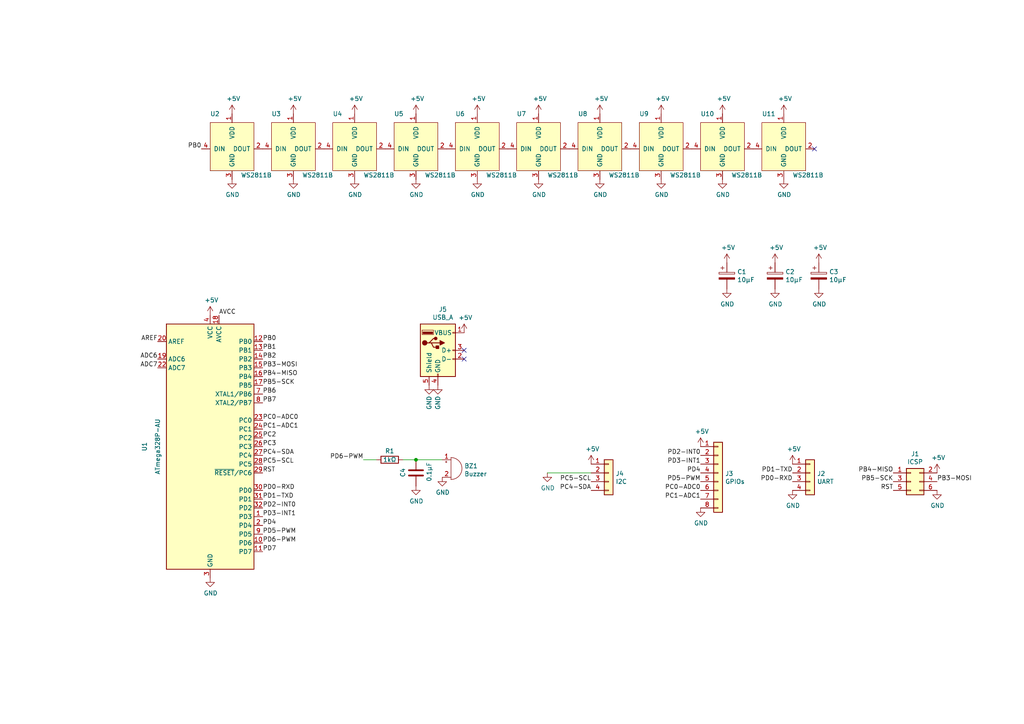
<source format=kicad_sch>
(kicad_sch (version 20230121) (generator eeschema)
  (paper "A4")
  (title_block (title "X-Mas Board") (date "2019-10-18") (rev "1") (company "Marian"))
  (lib_symbols
    (symbol "Connector:USB_A" (pin_names (offset 1.016))
      (property "Reference" "J" (at -5.08 11.43 0))
      (property "Value" "USB_A" (at -5.08 8.89 0))
      (symbol "USB_A_0_1"
        (rectangle (start -5.08 -7.62) (end 5.08 7.62) (stroke (width 0.254)) (fill (type background)))
        (circle (center -3.81 2.159) (radius 0.635) (stroke (width 0.254)) (fill (type outline)))
        (rectangle (start -1.524 4.826) (end -4.318 5.334) (fill (type outline)))
        (rectangle (start -1.27 4.572) (end -4.572 5.842))
        (circle (center -0.635 3.429) (radius 0.381) (stroke (width 0.254)) (fill (type outline)))
        (rectangle (start -0.127 -7.62) (end 0.127 -6.858))
        (polyline (pts (xy -3.175 2.159) (xy -2.54 2.159) (xy -1.27 3.429) (xy -0.635 3.429)) (stroke (width 0.254)))
        (polyline (pts (xy -2.54 2.159) (xy -1.905 2.159) (xy -1.27 0.889) (xy 0 0.889)) (stroke (width 0.254)))
        (polyline (pts (xy 0.635 2.794) (xy 0.635 1.524) (xy 1.905 2.159) (xy 0.635 2.794)) (stroke (width 0.254)) (fill (type outline)))
        (rectangle (start 0.254 1.27) (end -0.508 0.508) (stroke (width 0.254)) (fill (type outline)))
        (rectangle (start 5.08 -2.667) (end 4.318 -2.413))
        (rectangle (start 5.08 -0.127) (end 4.318 0.127))
        (rectangle (start 5.08 4.953) (end 4.318 5.207))
      )
      (symbol "USB_A_1_1"
        (polyline (pts (xy -1.905 2.159) (xy 0.635 2.159)) (stroke (width 0.254)))
        (pin power_in line (at 7.62 5.08 180) (length 2.54) (name "VBUS") (number "1"))
        (pin bidirectional line (at 7.62 -2.54 180) (length 2.54) (name "D-") (number "2"))
        (pin bidirectional line (at 7.62 0 180) (length 2.54) (name "D+") (number "3"))
        (pin power_in line (at 0 -10.16 90) (length 2.54) (name "GND") (number "4"))
        (pin passive line (at -2.54 -10.16 90) (length 2.54) (name "Shield") (number "5"))
      )
    )
    (symbol "Connector_Generic:Conn_01x04" (pin_names (offset 1.016) hide)
      (property "Reference" "J" (at 0 5.08 0))
      (property "Value" "Conn_01x04" (at 0 -7.62 0))
      (symbol "Conn_01x04_1_1"
        (rectangle (start -1.27 -4.953) (end 0 -5.207) (stroke (width 0.1524)))
        (rectangle (start -1.27 -2.413) (end 0 -2.667) (stroke (width 0.1524)))
        (rectangle (start -1.27 0.127) (end 0 -0.127) (stroke (width 0.1524)))
        (rectangle (start -1.27 2.667) (end 0 2.413) (stroke (width 0.1524)))
        (rectangle (start -1.27 3.81) (end 1.27 -6.35) (stroke (width 0.254)) (fill (type background)))
        (pin passive line (at -5.08 2.54 0) (length 3.81) (name "Pin_1") (number "1"))
        (pin passive line (at -5.08 0 0) (length 3.81) (name "Pin_2") (number "2"))
        (pin passive line (at -5.08 -2.54 0) (length 3.81) (name "Pin_3") (number "3"))
        (pin passive line (at -5.08 -5.08 0) (length 3.81) (name "Pin_4") (number "4"))
      )
    )
    (symbol "Connector_Generic:Conn_01x08" (pin_names (offset 1.016) hide)
      (property "Reference" "J" (at 0 10.16 0))
      (property "Value" "Conn_01x08" (at 0 -12.7 0))
      (symbol "Conn_01x08_1_1"
        (rectangle (start -1.27 -10.033) (end 0 -10.287) (stroke (width 0.1524)))
        (rectangle (start -1.27 -7.493) (end 0 -7.747) (stroke (width 0.1524)))
        (rectangle (start -1.27 -4.953) (end 0 -5.207) (stroke (width 0.1524)))
        (rectangle (start -1.27 -2.413) (end 0 -2.667) (stroke (width 0.1524)))
        (rectangle (start -1.27 0.127) (end 0 -0.127) (stroke (width 0.1524)))
        (rectangle (start -1.27 2.667) (end 0 2.413) (stroke (width 0.1524)))
        (rectangle (start -1.27 5.207) (end 0 4.953) (stroke (width 0.1524)))
        (rectangle (start -1.27 7.747) (end 0 7.493) (stroke (width 0.1524)))
        (rectangle (start -1.27 8.89) (end 1.27 -11.43) (stroke (width 0.254)) (fill (type background)))
        (pin passive line (at -5.08 7.62 0) (length 3.81) (name "Pin_1") (number "1"))
        (pin passive line (at -5.08 5.08 0) (length 3.81) (name "Pin_2") (number "2"))
        (pin passive line (at -5.08 2.54 0) (length 3.81) (name "Pin_3") (number "3"))
        (pin passive line (at -5.08 0 0) (length 3.81) (name "Pin_4") (number "4"))
        (pin passive line (at -5.08 -2.54 0) (length 3.81) (name "Pin_5") (number "5"))
        (pin passive line (at -5.08 -5.08 0) (length 3.81) (name "Pin_6") (number "6"))
        (pin passive line (at -5.08 -7.62 0) (length 3.81) (name "Pin_7") (number "7"))
        (pin passive line (at -5.08 -10.16 0) (length 3.81) (name "Pin_8") (number "8"))
      )
    )
    (symbol "Connector_Generic:Conn_02x03_Odd_Even" (pin_names (offset 1.016) hide)
      (property "Reference" "J" (at 1.27 5.08 0))
      (property "Value" "Conn_02x03_Odd_Even" (at 1.27 -5.08 0))
      (symbol "Conn_02x03_Odd_Even_1_1"
        (rectangle (start -1.27 -2.413) (end 0 -2.667) (stroke (width 0.1524)))
        (rectangle (start -1.27 0.127) (end 0 -0.127) (stroke (width 0.1524)))
        (rectangle (start -1.27 2.667) (end 0 2.413) (stroke (width 0.1524)))
        (rectangle (start -1.27 3.81) (end 3.81 -3.81) (stroke (width 0.254)) (fill (type background)))
        (rectangle (start 3.81 -2.413) (end 2.54 -2.667) (stroke (width 0.1524)))
        (rectangle (start 3.81 0.127) (end 2.54 -0.127) (stroke (width 0.1524)))
        (rectangle (start 3.81 2.667) (end 2.54 2.413) (stroke (width 0.1524)))
        (pin passive line (at -5.08 2.54 0) (length 3.81) (name "Pin_1") (number "1"))
        (pin passive line (at 7.62 2.54 180) (length 3.81) (name "Pin_2") (number "2"))
        (pin passive line (at -5.08 0 0) (length 3.81) (name "Pin_3") (number "3"))
        (pin passive line (at 7.62 0 180) (length 3.81) (name "Pin_4") (number "4"))
        (pin passive line (at -5.08 -2.54 0) (length 3.81) (name "Pin_5") (number "5"))
        (pin passive line (at 7.62 -2.54 180) (length 3.81) (name "Pin_6") (number "6"))
      )
    )
    (symbol "Device:Buzzer" (pin_names (offset 0.0254) hide)
      (property "Reference" "BZ" (at 3.81 1.27 0))
      (property "Value" "Buzzer" (at 3.81 -1.27 0))
      (symbol "Buzzer_0_1"
        (arc (start 0 -3.175) (mid 3.1612 0) (end 0 3.175))
        (polyline (pts (xy -1.651 1.905) (xy -1.143 1.905)))
        (polyline (pts (xy -1.397 2.159) (xy -1.397 1.651)))
        (polyline (pts (xy 0 3.175) (xy 0 -3.175)))
      )
      (symbol "Buzzer_1_1"
        (pin passive line (at -2.54 2.54 0) (length 2.54) (name "-") (number "1"))
        (pin passive line (at -2.54 -2.54 0) (length 2.54) (name "+") (number "2"))
      )
    )
    (symbol "Device:C" (pin_numbers hide) (pin_names (offset 0.254))
      (property "Reference" "C" (at 0.635 2.54 0))
      (property "Value" "C" (at 0.635 -2.54 0))
      (symbol "C_0_1"
        (polyline (pts (xy -2.032 -0.762) (xy 2.032 -0.762)) (stroke (width 0.508)))
        (polyline (pts (xy -2.032 0.762) (xy 2.032 0.762)) (stroke (width 0.508)))
      )
      (symbol "C_1_1"
        (pin passive line (at 0 3.81 270) (length 2.794) (name "~") (number "1"))
        (pin passive line (at 0 -3.81 90) (length 2.794) (name "~") (number "2"))
      )
    )
    (symbol "Device:C_Polarized" (pin_numbers hide) (pin_names (offset 0.254))
      (property "Reference" "C" (at 0.635 2.54 0))
      (property "Value" "C_Polarized" (at 0.635 -2.54 0))
      (symbol "C_Polarized_0_1"
        (rectangle (start -2.286 0.508) (end 2.286 1.016))
        (polyline (pts (xy -1.778 2.286) (xy -0.762 2.286)))
        (polyline (pts (xy -1.27 2.794) (xy -1.27 1.778)))
        (rectangle (start 2.286 -0.508) (end -2.286 -1.016) (fill (type outline)))
      )
      (symbol "C_Polarized_1_1"
        (pin passive line (at 0 3.81 270) (length 2.794) (name "~") (number "1"))
        (pin passive line (at 0 -3.81 90) (length 2.794) (name "~") (number "2"))
      )
    )
    (symbol "Device:R" (pin_numbers hide) (pin_names (offset 0))
      (property "Reference" "R" (at 2.032 0 90))
      (property "Value" "R" (at 0 0 90))
      (symbol "R_0_1"
        (rectangle (start -1.016 -2.54) (end 1.016 2.54) (stroke (width 0.254)))
      )
      (symbol "R_1_1"
        (pin passive line (at 0 3.81 270) (length 1.27) (name "~") (number "1"))
        (pin passive line (at 0 -3.81 90) (length 1.27) (name "~") (number "2"))
      )
    )
    (symbol "MCU_Microchip_ATmega:ATmega328P-A"
      (property "Reference" "U" (at -12.7 36.83 0))
      (property "Value" "ATmega328P-A" (at 2.54 -36.83 0))
      (symbol "ATmega328P-A_0_1"
        (rectangle (start -12.7 -35.56) (end 12.7 35.56) (stroke (width 0.254)) (fill (type background)))
      )
      (symbol "ATmega328P-A_1_1"
        (pin bidirectional line (at 15.24 -20.32 180) (length 2.54) (name "PD3") (number "1"))
        (pin bidirectional line (at 15.24 -27.94 180) (length 2.54) (name "PD6") (number "10"))
        (pin bidirectional line (at 15.24 -30.48 180) (length 2.54) (name "PD7") (number "11"))
        (pin bidirectional line (at 15.24 30.48 180) (length 2.54) (name "PB0") (number "12"))
        (pin bidirectional line (at 15.24 27.94 180) (length 2.54) (name "PB1") (number "13"))
        (pin bidirectional line (at 15.24 25.4 180) (length 2.54) (name "PB2") (number "14"))
        (pin bidirectional line (at 15.24 22.86 180) (length 2.54) (name "PB3") (number "15"))
        (pin bidirectional line (at 15.24 20.32 180) (length 2.54) (name "PB4") (number "16"))
        (pin bidirectional line (at 15.24 17.78 180) (length 2.54) (name "PB5") (number "17"))
        (pin power_in line (at 2.54 38.1 270) (length 2.54) (name "AVCC") (number "18"))
        (pin input line (at -15.24 25.4 0) (length 2.54) (name "ADC6") (number "19"))
        (pin bidirectional line (at 15.24 -22.86 180) (length 2.54) (name "PD4") (number "2"))
        (pin passive line (at -15.24 30.48 0) (length 2.54) (name "AREF") (number "20"))
        (pin passive line (at 0 -38.1 90) (length 2.54) hide (name "GND") (number "21"))
        (pin input line (at -15.24 22.86 0) (length 2.54) (name "ADC7") (number "22"))
        (pin bidirectional line (at 15.24 7.62 180) (length 2.54) (name "PC0") (number "23"))
        (pin bidirectional line (at 15.24 5.08 180) (length 2.54) (name "PC1") (number "24"))
        (pin bidirectional line (at 15.24 2.54 180) (length 2.54) (name "PC2") (number "25"))
        (pin bidirectional line (at 15.24 0 180) (length 2.54) (name "PC3") (number "26"))
        (pin bidirectional line (at 15.24 -2.54 180) (length 2.54) (name "PC4") (number "27"))
        (pin bidirectional line (at 15.24 -5.08 180) (length 2.54) (name "PC5") (number "28"))
        (pin bidirectional line (at 15.24 -7.62 180) (length 2.54) (name "~{RESET}/PC6") (number "29"))
        (pin power_in line (at 0 -38.1 90) (length 2.54) (name "GND") (number "3"))
        (pin bidirectional line (at 15.24 -12.7 180) (length 2.54) (name "PD0") (number "30"))
        (pin bidirectional line (at 15.24 -15.24 180) (length 2.54) (name "PD1") (number "31"))
        (pin bidirectional line (at 15.24 -17.78 180) (length 2.54) (name "PD2") (number "32"))
        (pin power_in line (at 0 38.1 270) (length 2.54) (name "VCC") (number "4"))
        (pin passive line (at 0 -38.1 90) (length 2.54) hide (name "GND") (number "5"))
        (pin passive line (at 0 38.1 270) (length 2.54) hide (name "VCC") (number "6"))
        (pin bidirectional line (at 15.24 15.24 180) (length 2.54) (name "XTAL1/PB6") (number "7"))
        (pin bidirectional line (at 15.24 12.7 180) (length 2.54) (name "XTAL2/PB7") (number "8"))
        (pin bidirectional line (at 15.24 -25.4 180) (length 2.54) (name "PD5") (number "9"))
      )
    )
    (symbol "boards:WS2811B" (pin_names (offset 1.016))
      (property "Reference" "U" (at -5.08 13.97 0))
      (property "Value" "WS2811B" (at 6.35 -2.54 0))
      (symbol "WS2811B_0_1"
        (rectangle (start -6.35 12.7) (end 6.35 -1.27) (fill (type background)))
      )
      (symbol "WS2811B_1_1"
        (pin power_in line (at 0 15.24 270) (length 2.54) (name "VDD") (number "1"))
        (pin output line (at 8.89 5.08 180) (length 2.54) (name "DOUT") (number "2"))
        (pin power_in line (at 0 -3.81 90) (length 2.54) (name "GND") (number "3"))
        (pin input line (at -8.89 5.08 0) (length 2.54) (name "DIN") (number "4"))
      )
    )
    (symbol "power:+5V" (power) (pin_names (offset 0))
      (property "Value" "+5V" (at 0 3.556 0))
      (symbol "+5V_0_1"
        (polyline (pts (xy -0.762 1.27) (xy 0 2.54)))
        (polyline (pts (xy 0 0) (xy 0 2.54)))
        (polyline (pts (xy 0 2.54) (xy 0.762 1.27)))
      )
      (symbol "+5V_1_1"
        (pin power_in line (at 0 0 90) (length 0) hide (name "+5V") (number "1"))
      )
    )
    (symbol "power:GND" (power) (pin_names (offset 0))
      (property "Value" "GND" (at 0 -3.81 0))
      (symbol "GND_0_1"
        (polyline (pts (xy 0 0) (xy 0 -1.27) (xy 1.27 -1.27) (xy 0 -2.54) (xy -1.27 -1.27) (xy 0 -1.27)))
      )
      (symbol "GND_1_1"
        (pin power_in line (at 0 0 270) (length 0) hide (name "GND") (number "1"))
      )
    )
  )
  (junction (at 120.65 133.35))
  (no_connect (at 134.62 101.6))
  (no_connect (at 134.62 104.14))
  (no_connect (at 236.22 43.18))
  (wire (pts (xy 120.65 133.35) (xy 128.27 133.35)))
  (wire (pts (xy 105.41 133.35) (xy 109.22 133.35)))
  (wire (pts (xy 116.84 133.35) (xy 120.65 133.35)))
  (wire (pts (xy 158.75 137.16) (xy 171.45 137.16)))
  (label "PD4" (at 76.2 152.4 0))
  (label "PD0-RXD" (at 76.2 142.24 0))
  (label "PD2-INT0" (at 203.2 132.08 180))
  (label "PC3" (at 76.2 129.54 0))
  (label "ADC6" (at 45.72 104.14 180))
  (label "PD1-TXD" (at 76.2 144.78 0))
  (label "PB4-MISO" (at 76.2 109.22 0))
  (label "PD1-TXD" (at 229.87 137.16 180))
  (label "RST" (at 76.2 137.16 0))
  (label "PD7" (at 76.2 160.02 0))
  (label "PC4-SDA" (at 171.45 142.24 180))
  (label "PB3-MOSI" (at 271.78 139.7 0))
  (label "PD3-INT1" (at 76.2 149.86 0))
  (label "PB7" (at 76.2 116.84 0))
  (label "PC0-ADC0" (at 203.2 142.24 180))
  (label "PD4" (at 203.2 137.16 180))
  (label "PC5-SCL" (at 171.45 139.7 180))
  (label "AREF" (at 45.72 99.06 180))
  (label "PD5-PWM" (at 76.2 154.94 0))
  (label "PB2" (at 76.2 104.14 0))
  (label "PD3-INT1" (at 203.2 134.62 180))
  (label "PC4-SDA" (at 76.2 132.08 0))
  (label "PB0" (at 58.42 43.18 180))
  (label "PB0" (at 76.2 99.06 0))
  (label "PC5-SCL" (at 76.2 134.62 0))
  (label "PB1" (at 76.2 101.6 0))
  (label "PC1-ADC1" (at 76.2 124.46 0))
  (label "PB4-MISO" (at 259.08 137.16 180))
  (label "PC1-ADC1" (at 203.2 144.78 180))
  (label "PD2-INT0" (at 76.2 147.32 0))
  (label "PB6" (at 76.2 114.3 0))
  (label "PB5-SCK" (at 76.2 111.76 0))
  (label "PD5-PWM" (at 203.2 139.7 180))
  (label "AVCC" (at 63.5 91.44 0))
  (label "PB5-SCK" (at 259.08 139.7 180))
  (label "PD6-PWM" (at 105.41 133.35 180))
  (label "PC2" (at 76.2 127 0))
  (label "PD0-RXD" (at 229.87 139.7 180))
  (label "PB3-MOSI" (at 76.2 106.68 0))
  (label "PC0-ADC0" (at 76.2 121.92 0))
  (label "PD6-PWM" (at 76.2 157.48 0))
  (label "RST" (at 259.08 142.24 180))
  (label "ADC7" (at 45.72 106.68 180))
  (symbol (lib_id "boards:WS2811B") (at 67.31 48.26 0) (unit 1)
    (property "Reference" "U2" (at 60.96 33.02 0) (effects (justify left)))
    (property "Value" "WS2811B" (at 69.85 50.8 0) (effects (justify left)))
    (property "Footprint" "boards:WS2812B" (effects hide))
  )
  (symbol (lib_id "boards:WS2811B") (at 85.09 48.26 0) (unit 1)
    (property "Reference" "U3" (at 78.74 33.02 0) (effects (justify left)))
    (property "Value" "WS2811B" (at 87.63 50.8 0) (effects (justify left)))
    (property "Footprint" "boards:WS2812B" (effects hide))
  )
  (symbol (lib_id "boards:WS2811B") (at 102.87 48.26 0) (unit 1)
    (property "Reference" "U4" (at 96.52 33.02 0) (effects (justify left)))
    (property "Value" "WS2811B" (at 105.41 50.8 0) (effects (justify left)))
    (property "Footprint" "boards:WS2812B" (effects hide))
  )
  (symbol (lib_id "boards:WS2811B") (at 120.65 48.26 0) (unit 1)
    (property "Reference" "U5" (at 114.3 33.02 0) (effects (justify left)))
    (property "Value" "WS2811B" (at 123.19 50.8 0) (effects (justify left)))
    (property "Footprint" "boards:WS2812B" (effects hide))
  )
  (symbol (lib_id "boards:WS2811B") (at 138.43 48.26 0) (unit 1)
    (property "Reference" "U6" (at 132.08 33.02 0) (effects (justify left)))
    (property "Value" "WS2811B" (at 140.97 50.8 0) (effects (justify left)))
    (property "Footprint" "boards:WS2812B" (effects hide))
  )
  (symbol (lib_id "boards:WS2811B") (at 156.21 48.26 0) (unit 1)
    (property "Reference" "U7" (at 149.86 33.02 0) (effects (justify left)))
    (property "Value" "WS2811B" (at 158.75 50.8 0) (effects (justify left)))
    (property "Footprint" "boards:WS2812B" (effects hide))
  )
  (symbol (lib_id "boards:WS2811B") (at 173.99 48.26 0) (unit 1)
    (property "Reference" "U8" (at 167.64 33.02 0) (effects (justify left)))
    (property "Value" "WS2811B" (at 176.53 50.8 0) (effects (justify left)))
    (property "Footprint" "boards:WS2812B" (effects hide))
  )
  (symbol (lib_id "boards:WS2811B") (at 191.77 48.26 0) (unit 1)
    (property "Reference" "U9" (at 185.42 33.02 0) (effects (justify left)))
    (property "Value" "WS2811B" (at 194.31 50.8 0) (effects (justify left)))
    (property "Footprint" "boards:WS2812B" (effects hide))
  )
  (symbol (lib_id "boards:WS2811B") (at 209.55 48.26 0) (unit 1)
    (property "Reference" "U10" (at 203.2 33.02 0) (effects (justify left)))
    (property "Value" "WS2811B" (at 212.09 50.8 0) (effects (justify left)))
    (property "Footprint" "boards:WS2812B" (effects hide))
  )
  (symbol (lib_id "boards:WS2811B") (at 227.33 48.26 0) (unit 1)
    (property "Reference" "U11" (at 220.98 33.02 0) (effects (justify left)))
    (property "Value" "WS2811B" (at 229.87 50.8 0) (effects (justify left)))
    (property "Footprint" "boards:WS2812B" (effects hide))
  )
  (symbol (lib_id "Connector_Generic:Conn_02x03_Odd_Even") (at 264.16 139.7 0) (unit 1)
    (property "Reference" "J1" (at 265.43 131.6482 0))
    (property "Value" "ICSP" (at 265.43 133.9596 0))
    (property "Footprint" "Connector_PinHeader_2.54mm:PinHeader_2x03_P2.54mm_Vertical" (effects hide))
  )
  (symbol (lib_id "power:+5V") (at 60.96 91.44 0) (unit 1)
    (property "Reference" "#PWR0101" (effects hide))
    (property "Value" "+5V" (at 61.341 87.0458 0))
  )
  (symbol (lib_id "power:GND") (at 60.96 167.64 0) (unit 1)
    (property "Reference" "#PWR0102" (effects hide))
    (property "Value" "GND" (at 61.087 172.0342 0))
  )
  (symbol (lib_id "power:GND") (at 271.78 142.24 0) (unit 1)
    (property "Reference" "#PWR0103" (effects hide))
    (property "Value" "GND" (at 271.907 146.6342 0))
  )
  (symbol (lib_id "power:+5V") (at 271.78 137.16 0) (unit 1)
    (property "Reference" "#PWR0104" (effects hide))
    (property "Value" "+5V" (at 272.161 132.7658 0))
  )
  (symbol (lib_id "power:GND") (at 67.31 52.07 0) (unit 1)
    (property "Reference" "#PWR0105" (effects hide))
    (property "Value" "GND" (at 67.437 56.4642 0))
  )
  (symbol (lib_id "power:GND") (at 85.09 52.07 0) (unit 1)
    (property "Reference" "#PWR0106" (effects hide))
    (property "Value" "GND" (at 85.217 56.4642 0))
  )
  (symbol (lib_id "power:GND") (at 102.87 52.07 0) (unit 1)
    (property "Reference" "#PWR0107" (effects hide))
    (property "Value" "GND" (at 102.997 56.4642 0))
  )
  (symbol (lib_id "power:GND") (at 120.65 52.07 0) (unit 1)
    (property "Reference" "#PWR0108" (effects hide))
    (property "Value" "GND" (at 120.777 56.4642 0))
  )
  (symbol (lib_id "power:GND") (at 138.43 52.07 0) (unit 1)
    (property "Reference" "#PWR0109" (effects hide))
    (property "Value" "GND" (at 138.557 56.4642 0))
  )
  (symbol (lib_id "power:GND") (at 156.21 52.07 0) (unit 1)
    (property "Reference" "#PWR0110" (effects hide))
    (property "Value" "GND" (at 156.337 56.4642 0))
  )
  (symbol (lib_id "power:GND") (at 173.99 52.07 0) (unit 1)
    (property "Reference" "#PWR0111" (effects hide))
    (property "Value" "GND" (at 174.117 56.4642 0))
  )
  (symbol (lib_id "power:GND") (at 191.77 52.07 0) (unit 1)
    (property "Reference" "#PWR0112" (effects hide))
    (property "Value" "GND" (at 191.897 56.4642 0))
  )
  (symbol (lib_id "power:GND") (at 209.55 52.07 0) (unit 1)
    (property "Reference" "#PWR0113" (effects hide))
    (property "Value" "GND" (at 209.677 56.4642 0))
  )
  (symbol (lib_id "power:GND") (at 227.33 52.07 0) (unit 1)
    (property "Reference" "#PWR0114" (effects hide))
    (property "Value" "GND" (at 227.457 56.4642 0))
  )
  (symbol (lib_id "power:+5V") (at 67.31 33.02 0) (unit 1)
    (property "Reference" "#PWR0115" (effects hide))
    (property "Value" "+5V" (at 67.691 28.6258 0))
  )
  (symbol (lib_id "power:+5V") (at 85.09 33.02 0) (unit 1)
    (property "Reference" "#PWR0116" (effects hide))
    (property "Value" "+5V" (at 85.471 28.6258 0))
  )
  (symbol (lib_id "power:+5V") (at 102.87 33.02 0) (unit 1)
    (property "Reference" "#PWR0117" (effects hide))
    (property "Value" "+5V" (at 103.251 28.6258 0))
  )
  (symbol (lib_id "power:+5V") (at 120.65 33.02 0) (unit 1)
    (property "Reference" "#PWR0118" (effects hide))
    (property "Value" "+5V" (at 121.031 28.6258 0))
  )
  (symbol (lib_id "power:+5V") (at 138.43 33.02 0) (unit 1)
    (property "Reference" "#PWR0119" (effects hide))
    (property "Value" "+5V" (at 138.811 28.6258 0))
  )
  (symbol (lib_id "power:+5V") (at 156.21 33.02 0) (unit 1)
    (property "Reference" "#PWR0120" (effects hide))
    (property "Value" "+5V" (at 156.591 28.6258 0))
  )
  (symbol (lib_id "power:+5V") (at 173.99 33.02 0) (unit 1)
    (property "Reference" "#PWR0121" (effects hide))
    (property "Value" "+5V" (at 174.371 28.6258 0))
  )
  (symbol (lib_id "power:+5V") (at 191.77 33.02 0) (unit 1)
    (property "Reference" "#PWR0122" (effects hide))
    (property "Value" "+5V" (at 192.151 28.6258 0))
  )
  (symbol (lib_id "power:+5V") (at 209.55 33.02 0) (unit 1)
    (property "Reference" "#PWR0123" (effects hide))
    (property "Value" "+5V" (at 209.931 28.6258 0))
  )
  (symbol (lib_id "power:+5V") (at 227.33 33.02 0) (unit 1)
    (property "Reference" "#PWR0124" (effects hide))
    (property "Value" "+5V" (at 227.711 28.6258 0))
  )
  (symbol (lib_id "Connector_Generic:Conn_01x04") (at 234.95 137.16 0) (unit 1)
    (property "Reference" "J2" (at 236.982 137.3632 0) (effects (justify left)))
    (property "Value" "UART" (at 236.982 139.6746 0) (effects (justify left)))
    (property "Footprint" "Connector_PinHeader_2.54mm:PinHeader_1x04_P2.54mm_Vertical" (effects hide))
  )
  (symbol (lib_id "power:+5V") (at 229.87 134.62 0) (unit 1)
    (property "Reference" "#PWR0125" (effects hide))
    (property "Value" "+5V" (at 230.251 130.2258 0))
  )
  (symbol (lib_id "power:GND") (at 229.87 142.24 0) (unit 1)
    (property "Reference" "#PWR0126" (effects hide))
    (property "Value" "GND" (at 229.997 146.6342 0))
  )
  (symbol (lib_id "Device:C_Polarized") (at 210.82 80.01 0) (unit 1)
    (property "Reference" "C1" (at 213.8172 78.8416 0) (effects (justify left)))
    (property "Value" "10µF" (at 213.8172 81.153 0) (effects (justify left)))
    (property "Footprint" "boards:electrolytic_capacitor_10uf" (effects hide))
  )
  (symbol (lib_id "power:+5V") (at 210.82 76.2 0) (unit 1)
    (property "Reference" "#PWR0127" (effects hide))
    (property "Value" "+5V" (at 211.201 71.8058 0))
  )
  (symbol (lib_id "power:GND") (at 210.82 83.82 0) (unit 1)
    (property "Reference" "#PWR0128" (effects hide))
    (property "Value" "GND" (at 210.947 88.2142 0))
  )
  (symbol (lib_id "Device:C_Polarized") (at 224.79 80.01 0) (unit 1)
    (property "Reference" "C2" (at 227.7872 78.8416 0) (effects (justify left)))
    (property "Value" "10µF" (at 227.7872 81.153 0) (effects (justify left)))
    (property "Footprint" "boards:electrolytic_capacitor_10uf" (effects hide))
  )
  (symbol (lib_id "power:+5V") (at 224.79 76.2 0) (unit 1)
    (property "Reference" "#PWR0129" (effects hide))
    (property "Value" "+5V" (at 225.171 71.8058 0))
  )
  (symbol (lib_id "power:GND") (at 224.79 83.82 0) (unit 1)
    (property "Reference" "#PWR0130" (effects hide))
    (property "Value" "GND" (at 224.917 88.2142 0))
  )
  (symbol (lib_id "Device:C_Polarized") (at 237.49 80.01 0) (unit 1)
    (property "Reference" "C3" (at 240.4872 78.8416 0) (effects (justify left)))
    (property "Value" "10µF" (at 240.4872 81.153 0) (effects (justify left)))
    (property "Footprint" "boards:electrolytic_capacitor_10uf" (effects hide))
  )
  (symbol (lib_id "power:+5V") (at 237.49 76.2 0) (unit 1)
    (property "Reference" "#PWR0131" (effects hide))
    (property "Value" "+5V" (at 237.871 71.8058 0))
  )
  (symbol (lib_id "power:GND") (at 237.49 83.82 0) (unit 1)
    (property "Reference" "#PWR0132" (effects hide))
    (property "Value" "GND" (at 237.617 88.2142 0))
  )
  (symbol (lib_id "power:GND") (at 124.46 111.76 0) (unit 1)
    (property "Reference" "#PWR0139" (effects hide))
    (property "Value" "GND" (at 124.46 116.84 90))
  )
  (symbol (lib_id "MCU_Microchip_ATmega:ATmega328P-A") (at 60.96 129.54 0) (unit 1)
    (property "Reference" "U1" (at 41.91 129.54 90))
    (property "Value" "ATmega328P-AU" (at 45.72 129.54 90))
    (property "Footprint" "Package_QFP:TQFP-32_7x7mm_P0.8mm" (effects hide))
    (property "Datasheet" "http://ww1.microchip.com/downloads/en/DeviceDoc/ATmega328_P%20AVR%20MCU%20with%20picoPower%20Technology%20Data%20Sheet%2040001984A.pdf" (effects hide))
  )
  (symbol (lib_id "Connector_Generic:Conn_01x08") (at 208.28 137.16 0) (unit 1)
    (property "Reference" "J3" (at 210.312 137.3632 0) (effects (justify left)))
    (property "Value" "GPIOs" (at 210.312 139.6746 0) (effects (justify left)))
    (property "Footprint" "Connector_PinHeader_2.54mm:PinHeader_1x08_P2.54mm_Vertical" (effects hide))
  )
  (symbol (lib_id "Device:C") (at 120.65 137.16 0) (unit 1)
    (property "Reference" "C4" (at 116.84 138.43 90) (effects (justify left)))
    (property "Value" "0.1µF" (at 124.46 139.7 90) (effects (justify left)))
    (property "Footprint" "Capacitor_THT:C_Disc_D4.3mm_W1.9mm_P5.00mm" (effects hide))
  )
  (symbol (lib_id "Connector:USB_A") (at 127 101.6 0) (unit 1)
    (property "Reference" "J5" (at 128.4478 89.7382 0))
    (property "Value" "USB_A" (at 128.4478 92.0496 0))
    (property "Footprint" "boards:USB_A_Male-Through-Hole" (effects hide))
    (property "Datasheet" " ~" (effects hide))
  )
  (symbol (lib_id "Connector_Generic:Conn_01x04") (at 176.53 137.16 0) (unit 1)
    (property "Reference" "J4" (at 178.562 137.3632 0) (effects (justify left)))
    (property "Value" "I2C" (at 178.562 139.6746 0) (effects (justify left)))
    (property "Footprint" "Connector_PinHeader_2.54mm:PinHeader_1x04_P2.54mm_Vertical" (effects hide))
  )
  (symbol (lib_id "power:+5V") (at 134.62 96.52 0) (unit 1)
    (property "Reference" "#PWR0137" (effects hide))
    (property "Value" "+5V" (at 135.001 92.1258 0))
  )
  (symbol (lib_id "power:GND") (at 127 111.76 0) (unit 1)
    (property "Reference" "#PWR0138" (effects hide))
    (property "Value" "GND" (at 127 116.84 90))
  )
  (symbol (lib_id "Device:Buzzer") (at 130.81 135.89 0) (unit 1)
    (property "Reference" "BZ1" (at 134.6708 135.1534 0) (effects (justify left)))
    (property "Value" "Buzzer" (at 134.6708 137.4648 0) (effects (justify left)))
    (property "Footprint" "Buzzer_Beeper:Buzzer_15x7.5RM7.6" (effects hide))
  )
  (symbol (lib_id "power:+5V") (at 171.45 134.62 0) (unit 1)
    (property "Reference" "#PWR0133" (effects hide))
    (property "Value" "+5V" (at 171.831 130.2258 0))
  )
  (symbol (lib_id "power:GND") (at 158.75 137.16 0) (unit 1)
    (property "Reference" "#PWR0134" (effects hide))
    (property "Value" "GND" (at 158.877 141.5542 0))
  )
  (symbol (lib_id "power:GND") (at 120.65 140.97 0) (unit 1)
    (property "Reference" "#PWR0140" (effects hide))
    (property "Value" "GND" (at 120.777 145.3642 0))
  )
  (symbol (lib_id "power:GND") (at 128.27 138.43 0) (unit 1)
    (property "Reference" "#PWR0141" (effects hide))
    (property "Value" "GND" (at 128.397 142.8242 0))
  )
  (symbol (lib_id "Device:R") (at 113.03 133.35 270) (unit 1)
    (property "Reference" "R1" (at 113.03 130.81 90))
    (property "Value" "1kΩ" (at 113.03 133.35 90))
    (property "Footprint" "Resistor_THT:R_Axial_DIN0204_L3.6mm_D1.6mm_P2.54mm_Vertical" (effects hide))
  )
  (symbol (lib_id "power:+5V") (at 203.2 129.54 0) (unit 1)
    (property "Reference" "#PWR0135" (effects hide))
    (property "Value" "+5V" (at 203.581 125.1458 0))
  )
  (symbol (lib_id "power:GND") (at 203.2 147.32 0) (unit 1)
    (property "Reference" "#PWR0136" (effects hide))
    (property "Value" "GND" (at 203.327 151.7142 0))
  )
)
</source>
